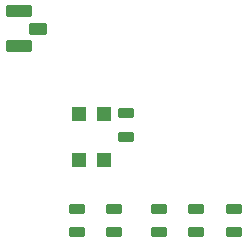
<source format=gbr>
%TF.GenerationSoftware,KiCad,Pcbnew,8.0.5*%
%TF.CreationDate,2024-11-27T13:11:34-06:00*%
%TF.ProjectId,Mini-Lora,4d696e69-2d4c-46f7-9261-2e6b69636164,rev?*%
%TF.SameCoordinates,Original*%
%TF.FileFunction,Paste,Top*%
%TF.FilePolarity,Positive*%
%FSLAX46Y46*%
G04 Gerber Fmt 4.6, Leading zero omitted, Abs format (unit mm)*
G04 Created by KiCad (PCBNEW 8.0.5) date 2024-11-27 13:11:34*
%MOMM*%
%LPD*%
G01*
G04 APERTURE LIST*
G04 Aperture macros list*
%AMRoundRect*
0 Rectangle with rounded corners*
0 $1 Rounding radius*
0 $2 $3 $4 $5 $6 $7 $8 $9 X,Y pos of 4 corners*
0 Add a 4 corners polygon primitive as box body*
4,1,4,$2,$3,$4,$5,$6,$7,$8,$9,$2,$3,0*
0 Add four circle primitives for the rounded corners*
1,1,$1+$1,$2,$3*
1,1,$1+$1,$4,$5*
1,1,$1+$1,$6,$7*
1,1,$1+$1,$8,$9*
0 Add four rect primitives between the rounded corners*
20,1,$1+$1,$2,$3,$4,$5,0*
20,1,$1+$1,$4,$5,$6,$7,0*
20,1,$1+$1,$6,$7,$8,$9,0*
20,1,$1+$1,$8,$9,$2,$3,0*%
G04 Aperture macros list end*
%ADD10RoundRect,0.100000X-0.550000X0.300000X-0.550000X-0.300000X0.550000X-0.300000X0.550000X0.300000X0*%
%ADD11R,1.150000X1.300000*%
%ADD12RoundRect,0.101600X-0.660400X-0.406400X0.660400X-0.406400X0.660400X0.406400X-0.660400X0.406400X0*%
%ADD13RoundRect,0.101600X-0.998400X-0.406400X0.998400X-0.406400X0.998400X0.406400X-0.998400X0.406400X0*%
G04 APERTURE END LIST*
D10*
%TO.C,R5*%
X136450000Y-111000000D03*
X136450000Y-113000000D03*
%TD*%
D11*
%TO.C,BTN0*%
X129625000Y-106900000D03*
X129625000Y-103000000D03*
X131775000Y-106900000D03*
X131775000Y-103000000D03*
%TD*%
D10*
%TO.C,R4*%
X129450000Y-111000000D03*
X129450000Y-113000000D03*
%TD*%
%TO.C,R3*%
X133600000Y-102900000D03*
X133600000Y-104900000D03*
%TD*%
%TO.C,R1*%
X139600000Y-111000000D03*
X139600000Y-113000000D03*
%TD*%
D12*
%TO.C,J$2*%
X126193250Y-95740000D03*
D13*
X124573000Y-97210250D03*
X124573000Y-94269750D03*
%TD*%
D10*
%TO.C,R6*%
X132650000Y-111000000D03*
X132650000Y-113000000D03*
%TD*%
%TO.C,R2*%
X142800000Y-111000000D03*
X142800000Y-113000000D03*
%TD*%
M02*

</source>
